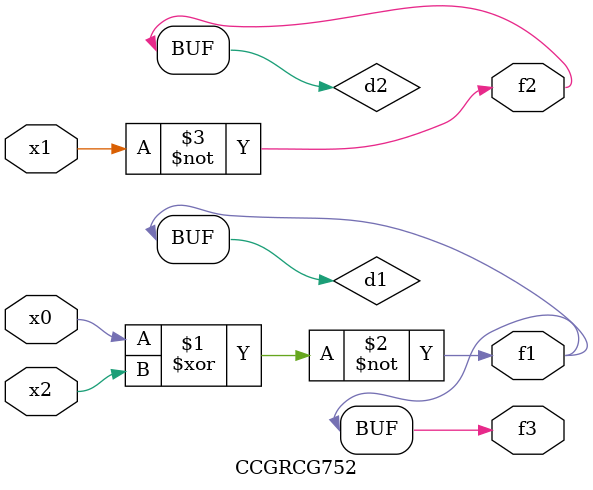
<source format=v>
module CCGRCG752(
	input x0, x1, x2,
	output f1, f2, f3
);

	wire d1, d2, d3;

	xnor (d1, x0, x2);
	nand (d2, x1);
	nor (d3, x1, x2);
	assign f1 = d1;
	assign f2 = d2;
	assign f3 = d1;
endmodule

</source>
